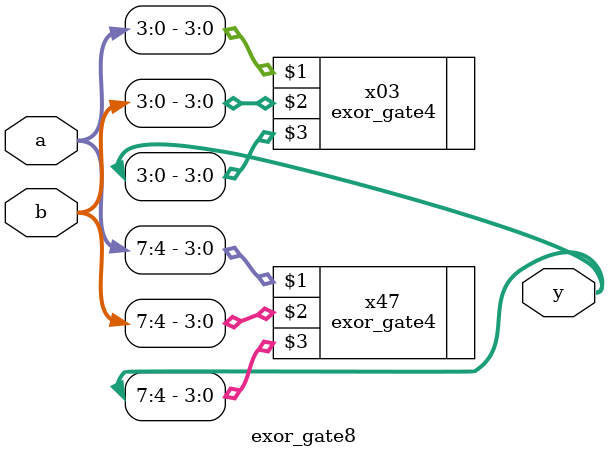
<source format=v>
module exor_gate8
(
	input [7:0] a, b,
	output [7:0] y
);

	exor_gate4 x03(a[3:0], b[3:0], y[3:0]);
	exor_gate4 x47(a[7:4], b[7:4], y[7:4]);

endmodule

</source>
